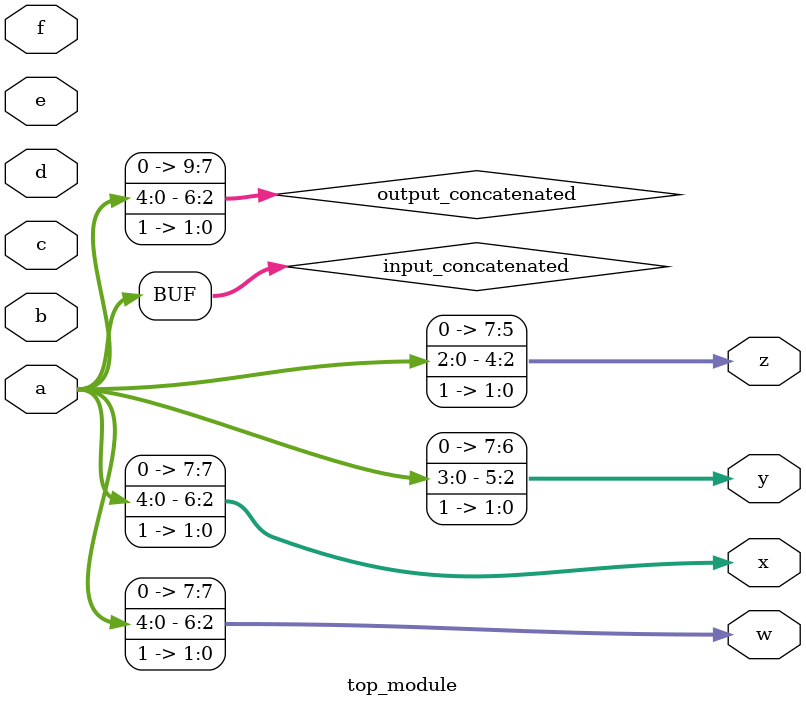
<source format=sv>
module top_module (
	input [4:0] a,
	input [4:0] b,
	input [4:0] c,
	input [4:0] d,
	input [4:0] e,
	input [4:0] f,
	output [7:0] w,
	output [7:0] x,
	output [7:0] y,
	output [7:0] z
);
	
	wire [4:0] input_concatenated;
	assign input_concatenated = {f, e, d, c, b, a}; 
	
	wire [9:0] output_concatenated;
	assign output_concatenated = {input_concatenated, 2'b11};
	
	assign w = output_concatenated[7:0];
	assign x = output_concatenated[6:0]; // Fixing the part select range
	assign y = output_concatenated[5:0]; // Fixing the part select range
	assign z = output_concatenated[4:0]; // Fixing the part select range
	
endmodule

</source>
